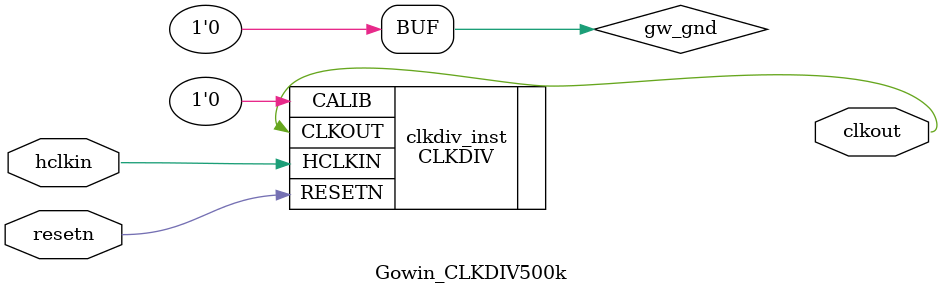
<source format=v>

module Gowin_CLKDIV500k (clkout, hclkin, resetn);

output clkout;
input hclkin;
input resetn;

wire gw_gnd;

assign gw_gnd = 1'b0;

CLKDIV clkdiv_inst (
    .CLKOUT(clkout),
    .HCLKIN(hclkin),
    .RESETN(resetn),
    .CALIB(gw_gnd)
);

defparam clkdiv_inst.DIV_MODE = "5";
defparam clkdiv_inst.GSREN = "false";

endmodule //Gowin_CLKDIV500k

</source>
